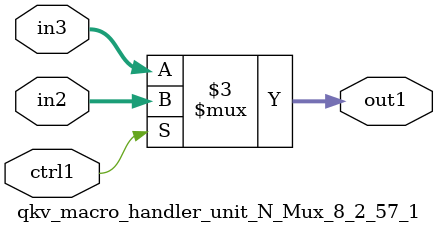
<source format=v>

`timescale 1ps / 1ps


module qkv_macro_handler_unit_N_Mux_8_2_57_1( in3, in2, ctrl1, out1 );

    input [7:0] in3;
    input [7:0] in2;
    input ctrl1;
    output [7:0] out1;
    reg [7:0] out1;

    
    // rtl_process:qkv_macro_handler_unit_N_Mux_8_2_57_1/qkv_macro_handler_unit_N_Mux_8_2_57_1_thread_1
    always @*
      begin : qkv_macro_handler_unit_N_Mux_8_2_57_1_thread_1
        case (ctrl1) 
          1'b1: 
            begin
              out1 = in2;
            end
          default: 
            begin
              out1 = in3;
            end
        endcase
      end

endmodule



</source>
